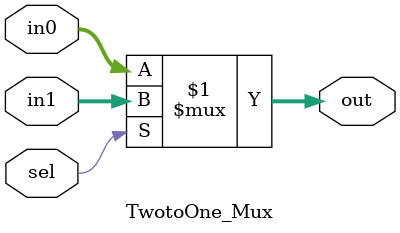
<source format=v>
`timescale 1ns / 1ps


module TwotoOne_Mux(
    input  [15:0]in0, 
    input  [15:0]in1, 
    input  sel, 
    output [15:0]out);
        
assign out = sel ? in1 : in0;        

endmodule

</source>
